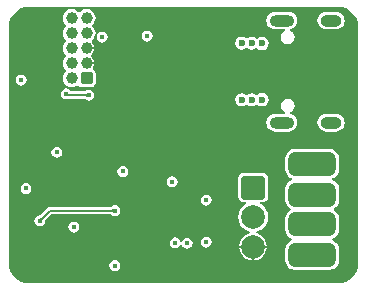
<source format=gbl>
G04*
G04 #@! TF.GenerationSoftware,Altium Limited,Altium Designer,21.6.4 (81)*
G04*
G04 Layer_Physical_Order=4*
G04 Layer_Color=8037893*
%FSLAX44Y44*%
%MOMM*%
G71*
G04*
G04 #@! TF.SameCoordinates,1A298312-32F8-40E2-ABFB-EEC58CCF35F7*
G04*
G04*
G04 #@! TF.FilePolarity,Positive*
G04*
G01*
G75*
%ADD54C,0.1600*%
%ADD59C,0.1500*%
%ADD60O,2.1000X1.0000*%
%ADD61O,1.8000X1.0000*%
%ADD62C,2.0000*%
G04:AMPARAMS|DCode=63|XSize=2mm|YSize=2mm|CornerRadius=0.25mm|HoleSize=0mm|Usage=FLASHONLY|Rotation=270.000|XOffset=0mm|YOffset=0mm|HoleType=Round|Shape=RoundedRectangle|*
%AMROUNDEDRECTD63*
21,1,2.0000,1.5000,0,0,270.0*
21,1,1.5000,2.0000,0,0,270.0*
1,1,0.5000,-0.7500,-0.7500*
1,1,0.5000,-0.7500,0.7500*
1,1,0.5000,0.7500,0.7500*
1,1,0.5000,0.7500,-0.7500*
%
%ADD63ROUNDEDRECTD63*%
%ADD64C,1.0000*%
G04:AMPARAMS|DCode=65|XSize=1mm|YSize=1mm|CornerRadius=0.125mm|HoleSize=0mm|Usage=FLASHONLY|Rotation=180.000|XOffset=0mm|YOffset=0mm|HoleType=Round|Shape=RoundedRectangle|*
%AMROUNDEDRECTD65*
21,1,1.0000,0.7500,0,0,180.0*
21,1,0.7500,1.0000,0,0,180.0*
1,1,0.2500,-0.3750,0.3750*
1,1,0.2500,0.3750,0.3750*
1,1,0.2500,0.3750,-0.3750*
1,1,0.2500,-0.3750,-0.3750*
%
%ADD65ROUNDEDRECTD65*%
%ADD66C,0.4000*%
%ADD67C,0.6000*%
G04:AMPARAMS|DCode=76|XSize=4mm|YSize=2mm|CornerRadius=0.5mm|HoleSize=0mm|Usage=FLASHONLY|Rotation=0.000|XOffset=0mm|YOffset=0mm|HoleType=Round|Shape=RoundedRectangle|*
%AMROUNDEDRECTD76*
21,1,4.0000,1.0000,0,0,0.0*
21,1,3.0000,2.0000,0,0,0.0*
1,1,1.0000,1.5000,-0.5000*
1,1,1.0000,-1.5000,-0.5000*
1,1,1.0000,-1.5000,0.5000*
1,1,1.0000,1.5000,0.5000*
%
%ADD76ROUNDEDRECTD76*%
G36*
X458300Y236590D02*
X461473Y235627D01*
X464397Y234064D01*
X466960Y231960D01*
X469064Y229397D01*
X470627Y226473D01*
X471590Y223300D01*
X471910Y220047D01*
X471900Y220000D01*
Y20000D01*
X471910Y19953D01*
X471590Y16700D01*
X470627Y13527D01*
X469064Y10603D01*
X466960Y8040D01*
X464397Y5936D01*
X461473Y4373D01*
X458300Y3410D01*
X455047Y3090D01*
X455000Y3099D01*
X193000Y3100D01*
X192953Y3090D01*
X189700Y3410D01*
X186527Y4373D01*
X183603Y5936D01*
X181040Y8040D01*
X178936Y10603D01*
X177373Y13527D01*
X176410Y16700D01*
X176090Y19953D01*
X176099Y20000D01*
Y218734D01*
X176100Y220000D01*
X176206Y221226D01*
X176411Y223300D01*
X177373Y226473D01*
X178936Y229397D01*
X181040Y231960D01*
X183603Y234064D01*
X186527Y235627D01*
X189700Y236590D01*
X191774Y236794D01*
X193000Y236901D01*
Y236901D01*
X193000Y236901D01*
X455000Y236901D01*
X455047Y236910D01*
X458300Y236590D01*
D02*
G37*
%LPC*%
G36*
X242000Y235021D02*
X240032Y234761D01*
X238197Y234002D01*
X236622Y232793D01*
X236285Y232353D01*
X235015D01*
X234678Y232793D01*
X233102Y234002D01*
X231268Y234761D01*
X229300Y235021D01*
X227332Y234761D01*
X225497Y234002D01*
X223922Y232793D01*
X222714Y231218D01*
X221954Y229384D01*
X221695Y227415D01*
X221954Y225447D01*
X222714Y223613D01*
X223922Y222038D01*
X224362Y221700D01*
Y220430D01*
X223922Y220093D01*
X222714Y218518D01*
X221954Y216684D01*
X221695Y214715D01*
X221954Y212747D01*
X222714Y210913D01*
X223922Y209338D01*
X224362Y209000D01*
Y207730D01*
X223922Y207393D01*
X222714Y205818D01*
X221954Y203984D01*
X221695Y202015D01*
X221954Y200047D01*
X222714Y198213D01*
X223922Y196638D01*
X224362Y196300D01*
Y195030D01*
X223922Y194693D01*
X222714Y193118D01*
X221954Y191284D01*
X221695Y189315D01*
X221954Y187347D01*
X222714Y185513D01*
X223922Y183938D01*
X224362Y183600D01*
Y182330D01*
X223922Y181993D01*
X222714Y180418D01*
X221954Y178584D01*
X221695Y176615D01*
X221954Y174647D01*
X222714Y172813D01*
X223922Y171238D01*
X225497Y170029D01*
X227332Y169270D01*
X229300Y169010D01*
X231268Y169270D01*
X233102Y170029D01*
X233735Y170515D01*
X235452Y170232D01*
X235518Y170133D01*
X236771Y169295D01*
X238250Y169001D01*
X245750D01*
X247229Y169295D01*
X248482Y170133D01*
X249320Y171387D01*
X249614Y172865D01*
Y180365D01*
X249320Y181844D01*
X248482Y183098D01*
X247550Y183721D01*
X247532Y183739D01*
X247201Y184889D01*
X247190Y185238D01*
X247765Y185987D01*
X248430Y187593D01*
X248552Y188515D01*
X242000D01*
Y190115D01*
X248552D01*
X248430Y191038D01*
X247765Y192644D01*
X246707Y194023D01*
X245502Y194947D01*
X245406Y195665D01*
X245502Y196383D01*
X246707Y197308D01*
X247765Y198687D01*
X248430Y200292D01*
X248552Y201215D01*
X242000D01*
Y202815D01*
X248552D01*
X248430Y203738D01*
X247765Y205344D01*
X246707Y206723D01*
X246338Y207006D01*
X246291Y207104D01*
X246381Y208573D01*
X247378Y209338D01*
X248586Y210913D01*
X249346Y212747D01*
X249605Y214715D01*
X249346Y216684D01*
X248586Y218518D01*
X247378Y220093D01*
X246938Y220430D01*
Y221700D01*
X247378Y222038D01*
X248586Y223613D01*
X249346Y225447D01*
X249605Y227415D01*
X249346Y229384D01*
X248586Y231218D01*
X247378Y232793D01*
X245802Y234002D01*
X243968Y234761D01*
X242000Y235021D01*
D02*
G37*
G36*
X453000Y233005D02*
X445000D01*
X443032Y232746D01*
X441198Y231986D01*
X439622Y230778D01*
X438414Y229202D01*
X437654Y227368D01*
X437395Y225400D01*
X437654Y223432D01*
X438414Y221597D01*
X439622Y220022D01*
X441198Y218814D01*
X443032Y218054D01*
X445000Y217795D01*
X453000D01*
X454968Y218054D01*
X456802Y218814D01*
X458378Y220022D01*
X459586Y221597D01*
X460346Y223432D01*
X460605Y225400D01*
X460346Y227368D01*
X459586Y229202D01*
X458378Y230778D01*
X456802Y231986D01*
X454968Y232746D01*
X453000Y233005D01*
D02*
G37*
G36*
X381843Y211869D02*
X379682Y211439D01*
X378549Y210682D01*
X377347Y210194D01*
X375515Y211419D01*
X373353Y211849D01*
X371192Y211419D01*
X369359Y210194D01*
X368135Y208362D01*
X367705Y206200D01*
X368135Y204038D01*
X369359Y202206D01*
X371192Y200981D01*
X373353Y200551D01*
X375515Y200981D01*
X376648Y201739D01*
X377849Y202226D01*
X379682Y201002D01*
X381843Y200572D01*
X384005Y201002D01*
X385838Y202226D01*
X387006Y201689D01*
X388379Y200771D01*
X390541Y200341D01*
X392702Y200771D01*
X394535Y201996D01*
X395759Y203828D01*
X396189Y205990D01*
X395759Y208151D01*
X394535Y209984D01*
X392702Y211208D01*
X390541Y211638D01*
X388379Y211208D01*
X386547Y209984D01*
X385378Y210522D01*
X384005Y211439D01*
X381843Y211869D01*
D02*
G37*
G36*
X293250Y216629D02*
X291479Y216277D01*
X289977Y215273D01*
X288973Y213771D01*
X288621Y212000D01*
X288973Y210229D01*
X289977Y208727D01*
X291479Y207723D01*
X293250Y207371D01*
X295021Y207723D01*
X296523Y208727D01*
X297527Y210229D01*
X297879Y212000D01*
X297527Y213771D01*
X296523Y215273D01*
X295021Y216277D01*
X293250Y216629D01*
D02*
G37*
G36*
X255305Y215941D02*
X253534Y215589D01*
X252032Y214585D01*
X251028Y213083D01*
X250676Y211312D01*
X251028Y209541D01*
X252032Y208039D01*
X253534Y207035D01*
X255305Y206683D01*
X257076Y207035D01*
X258578Y208039D01*
X259582Y209541D01*
X259934Y211312D01*
X259582Y213083D01*
X258578Y214585D01*
X257076Y215589D01*
X255305Y215941D01*
D02*
G37*
G36*
X412700Y233005D02*
X401700D01*
X399732Y232746D01*
X397897Y231986D01*
X396322Y230778D01*
X395114Y229202D01*
X394354Y227368D01*
X394095Y225400D01*
X394354Y223432D01*
X395114Y221597D01*
X396322Y220022D01*
X397897Y218814D01*
X399732Y218054D01*
X401700Y217795D01*
X409686D01*
X409922Y216644D01*
X409897Y216525D01*
X408026Y215274D01*
X406746Y213359D01*
X406297Y211100D01*
X406746Y208841D01*
X408026Y206926D01*
X409941Y205646D01*
X412200Y205196D01*
X414459Y205646D01*
X416374Y206926D01*
X417654Y208841D01*
X418103Y211100D01*
X417654Y213359D01*
X416374Y215274D01*
X414459Y216554D01*
X413880Y216669D01*
X413922Y217956D01*
X414668Y218054D01*
X416502Y218814D01*
X418078Y220022D01*
X419286Y221597D01*
X420046Y223432D01*
X420305Y225400D01*
X420046Y227368D01*
X419286Y229202D01*
X418078Y230778D01*
X416502Y231986D01*
X414668Y232746D01*
X412700Y233005D01*
D02*
G37*
G36*
X186607Y179639D02*
X184836Y179286D01*
X183334Y178283D01*
X182331Y176781D01*
X181978Y175010D01*
X182331Y173238D01*
X183334Y171736D01*
X184836Y170733D01*
X186607Y170381D01*
X188379Y170733D01*
X189880Y171736D01*
X190884Y173238D01*
X191236Y175010D01*
X190884Y176781D01*
X189880Y178283D01*
X188379Y179286D01*
X186607Y179639D01*
D02*
G37*
G36*
X390541Y164059D02*
X388379Y163629D01*
X386547Y162404D01*
X386393Y162174D01*
X385838D01*
X384005Y163398D01*
X381843Y163828D01*
X379682Y163398D01*
X377849Y162174D01*
X376648Y162661D01*
X375515Y163419D01*
X373353Y163848D01*
X371192Y163419D01*
X369359Y162194D01*
X368135Y160362D01*
X367705Y158200D01*
X368135Y156038D01*
X369359Y154206D01*
X371192Y152981D01*
X373353Y152551D01*
X375515Y152981D01*
X377347Y154206D01*
X378549Y153718D01*
X379682Y152961D01*
X381843Y152531D01*
X384005Y152961D01*
X385378Y153878D01*
X386547Y154416D01*
X388379Y153192D01*
X390541Y152762D01*
X392702Y153192D01*
X394535Y154416D01*
X395759Y156249D01*
X396189Y158410D01*
X395759Y160572D01*
X394535Y162404D01*
X392702Y163629D01*
X390541Y164059D01*
D02*
G37*
G36*
X224950Y167969D02*
X223179Y167617D01*
X221677Y166613D01*
X220673Y165111D01*
X220321Y163340D01*
X220673Y161569D01*
X221677Y160067D01*
X223179Y159063D01*
X224950Y158711D01*
X225652Y158851D01*
X226939Y158595D01*
X240925D01*
X242229Y157724D01*
X244000Y157371D01*
X245771Y157724D01*
X247273Y158727D01*
X248277Y160229D01*
X248629Y162000D01*
X248277Y163771D01*
X247273Y165273D01*
X245771Y166277D01*
X244000Y166629D01*
X242229Y166277D01*
X240925Y165406D01*
X229030D01*
X228223Y166613D01*
X226721Y167617D01*
X224950Y167969D01*
D02*
G37*
G36*
X453000Y146605D02*
X445000D01*
X443032Y146346D01*
X441198Y145586D01*
X439622Y144378D01*
X438414Y142802D01*
X437654Y140968D01*
X437395Y139000D01*
X437654Y137032D01*
X438414Y135197D01*
X439622Y133622D01*
X441198Y132414D01*
X443032Y131654D01*
X445000Y131395D01*
X453000D01*
X454968Y131654D01*
X456802Y132414D01*
X458378Y133622D01*
X459586Y135197D01*
X460346Y137032D01*
X460605Y139000D01*
X460346Y140968D01*
X459586Y142802D01*
X458378Y144378D01*
X456802Y145586D01*
X454968Y146346D01*
X453000Y146605D01*
D02*
G37*
G36*
X412200Y159203D02*
X409941Y158754D01*
X408026Y157474D01*
X406746Y155559D01*
X406297Y153300D01*
X406746Y151041D01*
X408026Y149126D01*
X409897Y147875D01*
X409922Y147756D01*
X409686Y146605D01*
X401700D01*
X399732Y146346D01*
X397897Y145586D01*
X396322Y144378D01*
X395114Y142802D01*
X394354Y140968D01*
X394095Y139000D01*
X394354Y137032D01*
X395114Y135197D01*
X396322Y133622D01*
X397897Y132414D01*
X399732Y131654D01*
X401700Y131395D01*
X412700D01*
X414668Y131654D01*
X416502Y132414D01*
X418078Y133622D01*
X419286Y135197D01*
X420046Y137032D01*
X420305Y139000D01*
X420046Y140968D01*
X419286Y142802D01*
X418078Y144378D01*
X416502Y145586D01*
X414668Y146346D01*
X413922Y146444D01*
X413880Y147731D01*
X414459Y147846D01*
X416374Y149126D01*
X417654Y151041D01*
X418103Y153300D01*
X417654Y155559D01*
X416374Y157474D01*
X414459Y158754D01*
X412200Y159203D01*
D02*
G37*
G36*
X216694Y118361D02*
X214923Y118009D01*
X213421Y117005D01*
X212417Y115504D01*
X212065Y113732D01*
X212417Y111961D01*
X213421Y110459D01*
X214923Y109455D01*
X216694Y109103D01*
X218465Y109455D01*
X219967Y110459D01*
X220971Y111961D01*
X221323Y113732D01*
X220971Y115504D01*
X219967Y117005D01*
X218465Y118009D01*
X216694Y118361D01*
D02*
G37*
G36*
X272593Y102227D02*
X270821Y101874D01*
X269320Y100871D01*
X268316Y99369D01*
X267964Y97598D01*
X268316Y95826D01*
X269320Y94325D01*
X270821Y93321D01*
X272593Y92969D01*
X274364Y93321D01*
X275866Y94325D01*
X276869Y95826D01*
X277222Y97598D01*
X276869Y99369D01*
X275866Y100871D01*
X274364Y101874D01*
X272593Y102227D01*
D02*
G37*
G36*
X314557Y93559D02*
X312786Y93206D01*
X311284Y92203D01*
X310281Y90701D01*
X309928Y88930D01*
X310281Y87158D01*
X311284Y85656D01*
X312786Y84653D01*
X314557Y84301D01*
X316329Y84653D01*
X317831Y85656D01*
X318834Y87158D01*
X319186Y88930D01*
X318834Y90701D01*
X317831Y92203D01*
X316329Y93206D01*
X314557Y93559D01*
D02*
G37*
G36*
X190721Y87840D02*
X188950Y87488D01*
X187448Y86484D01*
X186444Y84983D01*
X186092Y83211D01*
X186444Y81440D01*
X187448Y79938D01*
X188950Y78935D01*
X190721Y78582D01*
X192492Y78935D01*
X193994Y79938D01*
X194998Y81440D01*
X195350Y83211D01*
X194998Y84983D01*
X193994Y86484D01*
X192492Y87488D01*
X190721Y87840D01*
D02*
G37*
G36*
X343428Y77935D02*
X341657Y77582D01*
X340155Y76579D01*
X339152Y75077D01*
X338799Y73306D01*
X339152Y71534D01*
X340155Y70033D01*
X341657Y69029D01*
X343428Y68677D01*
X345200Y69029D01*
X346702Y70033D01*
X347705Y71534D01*
X348057Y73306D01*
X347705Y75077D01*
X346702Y76579D01*
X345200Y77582D01*
X343428Y77935D01*
D02*
G37*
G36*
X266000Y69169D02*
X264229Y68817D01*
X262848Y67894D01*
X210901D01*
X209617Y67639D01*
X208529Y66912D01*
X202218Y60600D01*
X200590Y60277D01*
X199088Y59273D01*
X198084Y57771D01*
X197732Y56000D01*
X198084Y54229D01*
X199088Y52727D01*
X200590Y51723D01*
X202361Y51371D01*
X204132Y51723D01*
X205634Y52727D01*
X206638Y54229D01*
X206961Y55856D01*
X212290Y61185D01*
X262848D01*
X264229Y60263D01*
X266000Y59911D01*
X267771Y60263D01*
X269273Y61267D01*
X270277Y62769D01*
X270629Y64540D01*
X270277Y66311D01*
X269273Y67813D01*
X267771Y68817D01*
X266000Y69169D01*
D02*
G37*
G36*
X231283Y54954D02*
X229512Y54601D01*
X228010Y53598D01*
X227006Y52096D01*
X226654Y50325D01*
X227006Y48553D01*
X228010Y47052D01*
X229512Y46048D01*
X231283Y45696D01*
X233054Y46048D01*
X234556Y47052D01*
X235560Y48553D01*
X235912Y50325D01*
X235560Y52096D01*
X234556Y53598D01*
X233054Y54601D01*
X231283Y54954D01*
D02*
G37*
G36*
X390500Y96639D02*
X375500D01*
X373534Y96248D01*
X371866Y95134D01*
X370752Y93466D01*
X370361Y91500D01*
Y76500D01*
X370752Y74533D01*
X371866Y72866D01*
X373534Y71752D01*
X375500Y71361D01*
X376755D01*
X377008Y70091D01*
X376676Y69954D01*
X374056Y67944D01*
X372046Y65324D01*
X370783Y62274D01*
X370352Y59000D01*
X370783Y55726D01*
X372046Y52676D01*
X374056Y50056D01*
X376676Y48046D01*
X379726Y46783D01*
X380610Y46666D01*
Y45385D01*
X379972Y45301D01*
X377150Y44133D01*
X374727Y42273D01*
X372867Y39850D01*
X371699Y37028D01*
X371405Y34800D01*
X383000D01*
X394595D01*
X394301Y37028D01*
X393133Y39850D01*
X391273Y42273D01*
X388850Y44133D01*
X386028Y45301D01*
X385390Y45385D01*
Y46666D01*
X386274Y46783D01*
X389324Y48046D01*
X391944Y50056D01*
X393954Y52676D01*
X395217Y55726D01*
X395648Y59000D01*
X395217Y62274D01*
X393954Y65324D01*
X391944Y67944D01*
X389324Y69954D01*
X388992Y70091D01*
X389244Y71361D01*
X390500D01*
X392467Y71752D01*
X394134Y72866D01*
X395248Y74533D01*
X395639Y76500D01*
Y91500D01*
X395248Y93466D01*
X394134Y95134D01*
X392467Y96248D01*
X390500Y96639D01*
D02*
G37*
G36*
X343428Y42202D02*
X341657Y41850D01*
X340155Y40847D01*
X339152Y39345D01*
X338799Y37573D01*
X339152Y35802D01*
X340155Y34300D01*
X341657Y33297D01*
X343428Y32945D01*
X345200Y33297D01*
X346702Y34300D01*
X347705Y35802D01*
X348057Y37573D01*
X347705Y39345D01*
X346702Y40847D01*
X345200Y41850D01*
X343428Y42202D01*
D02*
G37*
G36*
X317180Y41935D02*
X315408Y41583D01*
X313907Y40579D01*
X312903Y39078D01*
X312551Y37306D01*
X312903Y35535D01*
X313907Y34033D01*
X315408Y33030D01*
X317180Y32677D01*
X318951Y33030D01*
X320453Y34033D01*
X321457Y35535D01*
X321529Y35897D01*
X322823D01*
X323022Y34900D01*
X324025Y33398D01*
X325527Y32395D01*
X327298Y32043D01*
X329070Y32395D01*
X330572Y33398D01*
X331575Y34900D01*
X331927Y36672D01*
X331575Y38443D01*
X330572Y39945D01*
X329070Y40948D01*
X327298Y41301D01*
X325527Y40948D01*
X324025Y39945D01*
X323022Y38443D01*
X322950Y38081D01*
X321655D01*
X321457Y39078D01*
X320453Y40579D01*
X318951Y41583D01*
X317180Y41935D01*
D02*
G37*
G36*
X394595Y33200D02*
X383800D01*
Y22405D01*
X386028Y22699D01*
X388850Y23867D01*
X391273Y25727D01*
X393133Y28150D01*
X394301Y30972D01*
X394595Y33200D01*
D02*
G37*
G36*
X382200D02*
X371405D01*
X371699Y30972D01*
X372867Y28150D01*
X374727Y25727D01*
X377150Y23867D01*
X379972Y22699D01*
X382200Y22405D01*
Y33200D01*
D02*
G37*
G36*
X448000Y116605D02*
X418000D01*
X416032Y116346D01*
X414198Y115586D01*
X412622Y114378D01*
X411414Y112802D01*
X410654Y110968D01*
X410395Y109000D01*
Y99000D01*
X410654Y97032D01*
X411414Y95197D01*
X412622Y93622D01*
X414198Y92414D01*
X416032Y91654D01*
X416135Y91641D01*
Y90359D01*
X416032Y90346D01*
X414198Y89586D01*
X412622Y88378D01*
X411414Y86803D01*
X410654Y84968D01*
X410395Y83000D01*
Y73000D01*
X410654Y71032D01*
X411414Y69197D01*
X412622Y67622D01*
X414198Y66414D01*
X414744Y66187D01*
Y64813D01*
X414198Y64586D01*
X412622Y63378D01*
X411414Y61803D01*
X410654Y59968D01*
X410395Y58000D01*
Y48000D01*
X410654Y46032D01*
X411414Y44197D01*
X412622Y42622D01*
X414198Y41414D01*
X416032Y40654D01*
X416135Y40641D01*
Y39360D01*
X416032Y39346D01*
X414198Y38586D01*
X412622Y37378D01*
X411414Y35803D01*
X410654Y33968D01*
X410395Y32000D01*
Y22000D01*
X410654Y20032D01*
X411414Y18197D01*
X412622Y16622D01*
X414198Y15414D01*
X416032Y14654D01*
X418000Y14395D01*
X448000D01*
X449968Y14654D01*
X451802Y15414D01*
X453378Y16622D01*
X454586Y18197D01*
X455346Y20032D01*
X455605Y22000D01*
Y32000D01*
X455346Y33968D01*
X454586Y35803D01*
X453378Y37378D01*
X451802Y38586D01*
X449968Y39346D01*
X449865Y39360D01*
Y40641D01*
X449968Y40654D01*
X451802Y41414D01*
X453378Y42622D01*
X454586Y44197D01*
X455346Y46032D01*
X455605Y48000D01*
Y58000D01*
X455346Y59968D01*
X454586Y61803D01*
X453378Y63378D01*
X451802Y64586D01*
X451256Y64813D01*
Y66187D01*
X451802Y66414D01*
X453378Y67622D01*
X454586Y69197D01*
X455346Y71032D01*
X455605Y73000D01*
Y83000D01*
X455346Y84968D01*
X454586Y86803D01*
X453378Y88378D01*
X451802Y89586D01*
X449968Y90346D01*
X449865Y90359D01*
Y91641D01*
X449968Y91654D01*
X451802Y92414D01*
X453378Y93622D01*
X454586Y95197D01*
X455346Y97032D01*
X455605Y99000D01*
Y109000D01*
X455346Y110968D01*
X454586Y112802D01*
X453378Y114378D01*
X451802Y115586D01*
X449968Y116346D01*
X448000Y116605D01*
D02*
G37*
G36*
X266000Y22589D02*
X264229Y22237D01*
X262727Y21233D01*
X261723Y19732D01*
X261371Y17960D01*
X261723Y16189D01*
X262727Y14687D01*
X264229Y13684D01*
X266000Y13331D01*
X267771Y13684D01*
X269273Y14687D01*
X270277Y16189D01*
X270629Y17960D01*
X270277Y19732D01*
X269273Y21233D01*
X267771Y22237D01*
X266000Y22589D01*
D02*
G37*
%LPD*%
G36*
X242572Y160600D02*
X242450Y160714D01*
X242319Y160816D01*
X242180Y160906D01*
X242033Y160984D01*
X241877Y161050D01*
X241712Y161104D01*
X241538Y161146D01*
X241357Y161176D01*
X241166Y161194D01*
X240967Y161200D01*
Y162800D01*
X241166Y162806D01*
X241357Y162824D01*
X241538Y162854D01*
X241712Y162896D01*
X241877Y162950D01*
X242033Y163016D01*
X242180Y163094D01*
X242319Y163184D01*
X242450Y163286D01*
X242572Y163400D01*
Y160600D01*
D02*
G37*
G36*
X264572Y63140D02*
X264441Y63263D01*
X264303Y63374D01*
X264158Y63471D01*
X264006Y63556D01*
X263847Y63628D01*
X263681Y63686D01*
X263507Y63731D01*
X263327Y63764D01*
X263140Y63783D01*
X262946Y63790D01*
Y65290D01*
X263140Y65296D01*
X263327Y65316D01*
X263507Y65349D01*
X263681Y65394D01*
X263847Y65452D01*
X264006Y65524D01*
X264158Y65609D01*
X264303Y65706D01*
X264441Y65816D01*
X264572Y65940D01*
Y63140D01*
D02*
G37*
G36*
X205051Y57629D02*
X204918Y57487D01*
X204799Y57341D01*
X204695Y57191D01*
X204605Y57036D01*
X204529Y56877D01*
X204467Y56714D01*
X204419Y56547D01*
X204386Y56376D01*
X204366Y56200D01*
X204361Y56020D01*
X202381Y58000D01*
X202561Y58005D01*
X202737Y58025D01*
X202908Y58058D01*
X203075Y58106D01*
X203238Y58168D01*
X203397Y58244D01*
X203552Y58334D01*
X203702Y58439D01*
X203848Y58557D01*
X203990Y58690D01*
X205051Y57629D01*
D02*
G37*
D54*
X327298Y36672D02*
X327301Y36674D01*
Y36885D01*
X190721Y83211D02*
X190784D01*
X190721Y83211D02*
X190721Y83211D01*
X225599Y163340D02*
X226939Y162000D01*
X244000D01*
X224950Y163340D02*
X225599D01*
D59*
X202361Y56000D02*
X210901Y64540D01*
X266000D01*
D60*
X407200Y225400D02*
D03*
Y139000D02*
D03*
D61*
X449000Y225400D02*
D03*
Y139000D02*
D03*
D62*
X383000Y34000D02*
D03*
Y59000D02*
D03*
D63*
X383000Y84000D02*
D03*
D64*
X242000Y227415D02*
D03*
X229300D02*
D03*
X242000Y214715D02*
D03*
X229300D02*
D03*
X242000Y202015D02*
D03*
X229300D02*
D03*
X242000Y189315D02*
D03*
X229300D02*
D03*
Y176615D02*
D03*
D65*
X242000D02*
D03*
D66*
X352646Y10392D02*
D03*
X274869Y106180D02*
D03*
X266000Y17960D02*
D03*
X300179Y97100D02*
D03*
X330906Y56990D02*
D03*
X237889Y18226D02*
D03*
X207452Y47818D02*
D03*
X192563Y181043D02*
D03*
X336876Y202355D02*
D03*
X272774Y51000D02*
D03*
X292990Y52603D02*
D03*
X337967Y92538D02*
D03*
X351407Y113541D02*
D03*
X362263Y169515D02*
D03*
X359949Y195588D02*
D03*
X343428Y73306D02*
D03*
Y37573D02*
D03*
X272593Y97598D02*
D03*
X231283Y50325D02*
D03*
X327298Y36672D02*
D03*
X317180Y37306D02*
D03*
X314557Y88930D02*
D03*
X216694Y113732D02*
D03*
X190721Y83211D02*
D03*
X257514Y97257D02*
D03*
X215191Y84146D02*
D03*
X292388Y35651D02*
D03*
X201525Y175780D02*
D03*
X186607Y175010D02*
D03*
X255305Y211312D02*
D03*
X293250Y212000D02*
D03*
X295571Y226917D02*
D03*
X433000Y27000D02*
D03*
Y53000D02*
D03*
Y78000D02*
D03*
Y104000D02*
D03*
X202361Y56000D02*
D03*
X266000Y64540D02*
D03*
X224950Y163340D02*
D03*
X244000Y162000D02*
D03*
D67*
X373353Y206200D02*
D03*
Y214200D02*
D03*
X381843Y214221D02*
D03*
X390541Y213990D02*
D03*
Y205990D02*
D03*
X381843Y206220D02*
D03*
Y158180D02*
D03*
X390541Y158410D02*
D03*
Y150410D02*
D03*
X381843Y150180D02*
D03*
X373353Y150200D02*
D03*
Y158200D02*
D03*
X339500Y156500D02*
D03*
X328500D02*
D03*
X317500D02*
D03*
X339500Y167500D02*
D03*
X317500D02*
D03*
X339500Y178500D02*
D03*
X328500D02*
D03*
X317500D02*
D03*
X328500Y167500D02*
D03*
D76*
X433000Y104000D02*
D03*
Y78000D02*
D03*
Y53000D02*
D03*
Y27000D02*
D03*
M02*

</source>
